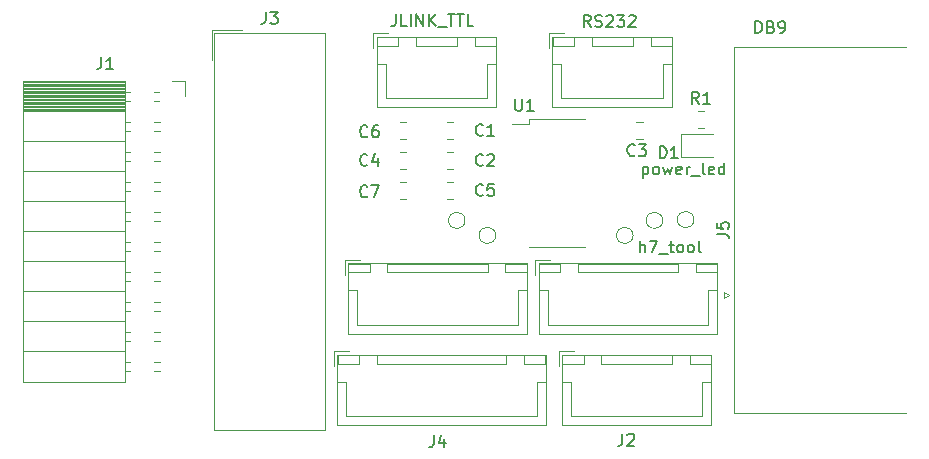
<source format=gbr>
%TF.GenerationSoftware,KiCad,Pcbnew,(5.1.4)-1*%
%TF.CreationDate,2019-11-11T10:46:24+08:00*%
%TF.ProjectId,jlink_vcom_to_rs232_adapter_plate,6a6c696e-6b5f-4766-936f-6d5f746f5f72,rev?*%
%TF.SameCoordinates,Original*%
%TF.FileFunction,Legend,Top*%
%TF.FilePolarity,Positive*%
%FSLAX46Y46*%
G04 Gerber Fmt 4.6, Leading zero omitted, Abs format (unit mm)*
G04 Created by KiCad (PCBNEW (5.1.4)-1) date 2019-11-11 10:46:24*
%MOMM*%
%LPD*%
G04 APERTURE LIST*
%ADD10C,0.150000*%
%ADD11C,0.120000*%
G04 APERTURE END LIST*
D10*
X214858419Y-50941314D02*
X214858419Y-51941314D01*
X214858419Y-50988933D02*
X214953657Y-50941314D01*
X215144133Y-50941314D01*
X215239371Y-50988933D01*
X215286990Y-51036552D01*
X215334609Y-51131790D01*
X215334609Y-51417504D01*
X215286990Y-51512742D01*
X215239371Y-51560361D01*
X215144133Y-51607980D01*
X214953657Y-51607980D01*
X214858419Y-51560361D01*
X215906038Y-51607980D02*
X215810800Y-51560361D01*
X215763180Y-51512742D01*
X215715561Y-51417504D01*
X215715561Y-51131790D01*
X215763180Y-51036552D01*
X215810800Y-50988933D01*
X215906038Y-50941314D01*
X216048895Y-50941314D01*
X216144133Y-50988933D01*
X216191752Y-51036552D01*
X216239371Y-51131790D01*
X216239371Y-51417504D01*
X216191752Y-51512742D01*
X216144133Y-51560361D01*
X216048895Y-51607980D01*
X215906038Y-51607980D01*
X216572704Y-50941314D02*
X216763180Y-51607980D01*
X216953657Y-51131790D01*
X217144133Y-51607980D01*
X217334609Y-50941314D01*
X218096514Y-51560361D02*
X218001276Y-51607980D01*
X217810800Y-51607980D01*
X217715561Y-51560361D01*
X217667942Y-51465123D01*
X217667942Y-51084171D01*
X217715561Y-50988933D01*
X217810800Y-50941314D01*
X218001276Y-50941314D01*
X218096514Y-50988933D01*
X218144133Y-51084171D01*
X218144133Y-51179409D01*
X217667942Y-51274647D01*
X218572704Y-51607980D02*
X218572704Y-50941314D01*
X218572704Y-51131790D02*
X218620323Y-51036552D01*
X218667942Y-50988933D01*
X218763180Y-50941314D01*
X218858419Y-50941314D01*
X218953657Y-51703219D02*
X219715561Y-51703219D01*
X220096514Y-51607980D02*
X220001276Y-51560361D01*
X219953657Y-51465123D01*
X219953657Y-50607980D01*
X220858419Y-51560361D02*
X220763180Y-51607980D01*
X220572704Y-51607980D01*
X220477466Y-51560361D01*
X220429847Y-51465123D01*
X220429847Y-51084171D01*
X220477466Y-50988933D01*
X220572704Y-50941314D01*
X220763180Y-50941314D01*
X220858419Y-50988933D01*
X220906038Y-51084171D01*
X220906038Y-51179409D01*
X220429847Y-51274647D01*
X221763180Y-51607980D02*
X221763180Y-50607980D01*
X221763180Y-51560361D02*
X221667942Y-51607980D01*
X221477466Y-51607980D01*
X221382228Y-51560361D01*
X221334609Y-51512742D01*
X221286990Y-51417504D01*
X221286990Y-51131790D01*
X221334609Y-51036552D01*
X221382228Y-50988933D01*
X221477466Y-50941314D01*
X221667942Y-50941314D01*
X221763180Y-50988933D01*
X224387904Y-39619180D02*
X224387904Y-38619180D01*
X224626000Y-38619180D01*
X224768857Y-38666800D01*
X224864095Y-38762038D01*
X224911714Y-38857276D01*
X224959333Y-39047752D01*
X224959333Y-39190609D01*
X224911714Y-39381085D01*
X224864095Y-39476323D01*
X224768857Y-39571561D01*
X224626000Y-39619180D01*
X224387904Y-39619180D01*
X225721238Y-39095371D02*
X225864095Y-39142990D01*
X225911714Y-39190609D01*
X225959333Y-39285847D01*
X225959333Y-39428704D01*
X225911714Y-39523942D01*
X225864095Y-39571561D01*
X225768857Y-39619180D01*
X225387904Y-39619180D01*
X225387904Y-38619180D01*
X225721238Y-38619180D01*
X225816476Y-38666800D01*
X225864095Y-38714419D01*
X225911714Y-38809657D01*
X225911714Y-38904895D01*
X225864095Y-39000133D01*
X225816476Y-39047752D01*
X225721238Y-39095371D01*
X225387904Y-39095371D01*
X226435523Y-39619180D02*
X226626000Y-39619180D01*
X226721238Y-39571561D01*
X226768857Y-39523942D01*
X226864095Y-39381085D01*
X226911714Y-39190609D01*
X226911714Y-38809657D01*
X226864095Y-38714419D01*
X226816476Y-38666800D01*
X226721238Y-38619180D01*
X226530761Y-38619180D01*
X226435523Y-38666800D01*
X226387904Y-38714419D01*
X226340285Y-38809657D01*
X226340285Y-39047752D01*
X226387904Y-39142990D01*
X226435523Y-39190609D01*
X226530761Y-39238228D01*
X226721238Y-39238228D01*
X226816476Y-39190609D01*
X226864095Y-39142990D01*
X226911714Y-39047752D01*
X210441761Y-39111180D02*
X210108428Y-38634990D01*
X209870333Y-39111180D02*
X209870333Y-38111180D01*
X210251285Y-38111180D01*
X210346523Y-38158800D01*
X210394142Y-38206419D01*
X210441761Y-38301657D01*
X210441761Y-38444514D01*
X210394142Y-38539752D01*
X210346523Y-38587371D01*
X210251285Y-38634990D01*
X209870333Y-38634990D01*
X210822714Y-39063561D02*
X210965571Y-39111180D01*
X211203666Y-39111180D01*
X211298904Y-39063561D01*
X211346523Y-39015942D01*
X211394142Y-38920704D01*
X211394142Y-38825466D01*
X211346523Y-38730228D01*
X211298904Y-38682609D01*
X211203666Y-38634990D01*
X211013190Y-38587371D01*
X210917952Y-38539752D01*
X210870333Y-38492133D01*
X210822714Y-38396895D01*
X210822714Y-38301657D01*
X210870333Y-38206419D01*
X210917952Y-38158800D01*
X211013190Y-38111180D01*
X211251285Y-38111180D01*
X211394142Y-38158800D01*
X211775095Y-38206419D02*
X211822714Y-38158800D01*
X211917952Y-38111180D01*
X212156047Y-38111180D01*
X212251285Y-38158800D01*
X212298904Y-38206419D01*
X212346523Y-38301657D01*
X212346523Y-38396895D01*
X212298904Y-38539752D01*
X211727476Y-39111180D01*
X212346523Y-39111180D01*
X212679857Y-38111180D02*
X213298904Y-38111180D01*
X212965571Y-38492133D01*
X213108428Y-38492133D01*
X213203666Y-38539752D01*
X213251285Y-38587371D01*
X213298904Y-38682609D01*
X213298904Y-38920704D01*
X213251285Y-39015942D01*
X213203666Y-39063561D01*
X213108428Y-39111180D01*
X212822714Y-39111180D01*
X212727476Y-39063561D01*
X212679857Y-39015942D01*
X213679857Y-38206419D02*
X213727476Y-38158800D01*
X213822714Y-38111180D01*
X214060809Y-38111180D01*
X214156047Y-38158800D01*
X214203666Y-38206419D01*
X214251285Y-38301657D01*
X214251285Y-38396895D01*
X214203666Y-38539752D01*
X213632238Y-39111180D01*
X214251285Y-39111180D01*
X193928771Y-38060380D02*
X193928771Y-38774666D01*
X193881152Y-38917523D01*
X193785914Y-39012761D01*
X193643057Y-39060380D01*
X193547819Y-39060380D01*
X194881152Y-39060380D02*
X194404961Y-39060380D01*
X194404961Y-38060380D01*
X195214485Y-39060380D02*
X195214485Y-38060380D01*
X195690676Y-39060380D02*
X195690676Y-38060380D01*
X196262104Y-39060380D01*
X196262104Y-38060380D01*
X196738295Y-39060380D02*
X196738295Y-38060380D01*
X197309723Y-39060380D02*
X196881152Y-38488952D01*
X197309723Y-38060380D02*
X196738295Y-38631809D01*
X197500200Y-39155619D02*
X198262104Y-39155619D01*
X198357342Y-38060380D02*
X198928771Y-38060380D01*
X198643057Y-39060380D02*
X198643057Y-38060380D01*
X199119247Y-38060380D02*
X199690676Y-38060380D01*
X199404961Y-39060380D02*
X199404961Y-38060380D01*
X200500200Y-39060380D02*
X200024009Y-39060380D01*
X200024009Y-38060380D01*
X214618590Y-58211980D02*
X214618590Y-57211980D01*
X215047161Y-58211980D02*
X215047161Y-57688171D01*
X214999542Y-57592933D01*
X214904304Y-57545314D01*
X214761447Y-57545314D01*
X214666209Y-57592933D01*
X214618590Y-57640552D01*
X215428114Y-57211980D02*
X216094780Y-57211980D01*
X215666209Y-58211980D01*
X216237638Y-58307219D02*
X216999542Y-58307219D01*
X217094780Y-57545314D02*
X217475733Y-57545314D01*
X217237638Y-57211980D02*
X217237638Y-58069123D01*
X217285257Y-58164361D01*
X217380495Y-58211980D01*
X217475733Y-58211980D01*
X217951923Y-58211980D02*
X217856685Y-58164361D01*
X217809066Y-58116742D01*
X217761447Y-58021504D01*
X217761447Y-57735790D01*
X217809066Y-57640552D01*
X217856685Y-57592933D01*
X217951923Y-57545314D01*
X218094780Y-57545314D01*
X218190019Y-57592933D01*
X218237638Y-57640552D01*
X218285257Y-57735790D01*
X218285257Y-58021504D01*
X218237638Y-58116742D01*
X218190019Y-58164361D01*
X218094780Y-58211980D01*
X217951923Y-58211980D01*
X218856685Y-58211980D02*
X218761447Y-58164361D01*
X218713828Y-58116742D01*
X218666209Y-58021504D01*
X218666209Y-57735790D01*
X218713828Y-57640552D01*
X218761447Y-57592933D01*
X218856685Y-57545314D01*
X218999542Y-57545314D01*
X219094780Y-57592933D01*
X219142400Y-57640552D01*
X219190019Y-57735790D01*
X219190019Y-58021504D01*
X219142400Y-58116742D01*
X219094780Y-58164361D01*
X218999542Y-58211980D01*
X218856685Y-58211980D01*
X219761447Y-58211980D02*
X219666209Y-58164361D01*
X219618590Y-58069123D01*
X219618590Y-57211980D01*
D11*
X202399200Y-56769000D02*
G75*
G03X202399200Y-56769000I-700000J0D01*
G01*
X199808400Y-55494000D02*
G75*
G03X199808400Y-55494000I-700000J0D01*
G01*
X219188600Y-55422800D02*
G75*
G03X219188600Y-55422800I-700000J0D01*
G01*
X214032400Y-56769000D02*
G75*
G03X214032400Y-56769000I-700000J0D01*
G01*
X216547000Y-55499000D02*
G75*
G03X216547000Y-55499000I-700000J0D01*
G01*
X220067978Y-46254600D02*
X219550822Y-46254600D01*
X220067978Y-47674600D02*
X219550822Y-47674600D01*
X218124400Y-50134400D02*
X220809400Y-50134400D01*
X218124400Y-48214400D02*
X218124400Y-50134400D01*
X220809400Y-48214400D02*
X218124400Y-48214400D01*
X189629000Y-58845000D02*
X189629000Y-60095000D01*
X190879000Y-58845000D02*
X189629000Y-58845000D01*
X204279000Y-64345000D02*
X197479000Y-64345000D01*
X204279000Y-61395000D02*
X204279000Y-64345000D01*
X205029000Y-61395000D02*
X204279000Y-61395000D01*
X190679000Y-64345000D02*
X197479000Y-64345000D01*
X190679000Y-61395000D02*
X190679000Y-64345000D01*
X189929000Y-61395000D02*
X190679000Y-61395000D01*
X205029000Y-59145000D02*
X203229000Y-59145000D01*
X205029000Y-59895000D02*
X205029000Y-59145000D01*
X203229000Y-59895000D02*
X205029000Y-59895000D01*
X203229000Y-59145000D02*
X203229000Y-59895000D01*
X191729000Y-59145000D02*
X189929000Y-59145000D01*
X191729000Y-59895000D02*
X191729000Y-59145000D01*
X189929000Y-59895000D02*
X191729000Y-59895000D01*
X189929000Y-59145000D02*
X189929000Y-59895000D01*
X201729000Y-59145000D02*
X193229000Y-59145000D01*
X201729000Y-59895000D02*
X201729000Y-59145000D01*
X193229000Y-59895000D02*
X201729000Y-59895000D01*
X193229000Y-59145000D02*
X193229000Y-59895000D01*
X205039000Y-59135000D02*
X189919000Y-59135000D01*
X205039000Y-65105000D02*
X205039000Y-59135000D01*
X189919000Y-65105000D02*
X205039000Y-65105000D01*
X189919000Y-59135000D02*
X189919000Y-65105000D01*
X205192000Y-57724000D02*
X209992000Y-57724000D01*
X205192000Y-46924000D02*
X209992000Y-46924000D01*
X205192000Y-47324000D02*
X203792000Y-47324000D01*
X205192000Y-46924000D02*
X205192000Y-47324000D01*
X205758000Y-58845000D02*
X205758000Y-60095000D01*
X207008000Y-58845000D02*
X205758000Y-58845000D01*
X220408000Y-64345000D02*
X213608000Y-64345000D01*
X220408000Y-61395000D02*
X220408000Y-64345000D01*
X221158000Y-61395000D02*
X220408000Y-61395000D01*
X206808000Y-64345000D02*
X213608000Y-64345000D01*
X206808000Y-61395000D02*
X206808000Y-64345000D01*
X206058000Y-61395000D02*
X206808000Y-61395000D01*
X221158000Y-59145000D02*
X219358000Y-59145000D01*
X221158000Y-59895000D02*
X221158000Y-59145000D01*
X219358000Y-59895000D02*
X221158000Y-59895000D01*
X219358000Y-59145000D02*
X219358000Y-59895000D01*
X207858000Y-59145000D02*
X206058000Y-59145000D01*
X207858000Y-59895000D02*
X207858000Y-59145000D01*
X206058000Y-59895000D02*
X207858000Y-59895000D01*
X206058000Y-59145000D02*
X206058000Y-59895000D01*
X217858000Y-59145000D02*
X209358000Y-59145000D01*
X217858000Y-59895000D02*
X217858000Y-59145000D01*
X209358000Y-59895000D02*
X217858000Y-59895000D01*
X209358000Y-59145000D02*
X209358000Y-59895000D01*
X221168000Y-59135000D02*
X206048000Y-59135000D01*
X221168000Y-65105000D02*
X221168000Y-59135000D01*
X206048000Y-65105000D02*
X221168000Y-65105000D01*
X206048000Y-59135000D02*
X206048000Y-65105000D01*
X175000000Y-43670000D02*
X176110000Y-43670000D01*
X176110000Y-43670000D02*
X176110000Y-45000000D01*
X162370000Y-43670000D02*
X162370000Y-69190000D01*
X162370000Y-69190000D02*
X171000000Y-69190000D01*
X171000000Y-43670000D02*
X171000000Y-69190000D01*
X162370000Y-43670000D02*
X171000000Y-43670000D01*
X162370000Y-66590000D02*
X171000000Y-66590000D01*
X162370000Y-64050000D02*
X171000000Y-64050000D01*
X162370000Y-61510000D02*
X171000000Y-61510000D01*
X162370000Y-58970000D02*
X171000000Y-58970000D01*
X162370000Y-56430000D02*
X171000000Y-56430000D01*
X162370000Y-53890000D02*
X171000000Y-53890000D01*
X162370000Y-51350000D02*
X171000000Y-51350000D01*
X162370000Y-48810000D02*
X171000000Y-48810000D01*
X162370000Y-46270000D02*
X171000000Y-46270000D01*
X173510000Y-68220000D02*
X173950000Y-68220000D01*
X171000000Y-68220000D02*
X171410000Y-68220000D01*
X173510000Y-67500000D02*
X173950000Y-67500000D01*
X171000000Y-67500000D02*
X171410000Y-67500000D01*
X173510000Y-65680000D02*
X173950000Y-65680000D01*
X171000000Y-65680000D02*
X171410000Y-65680000D01*
X173510000Y-64960000D02*
X173950000Y-64960000D01*
X171000000Y-64960000D02*
X171410000Y-64960000D01*
X173510000Y-63140000D02*
X173950000Y-63140000D01*
X171000000Y-63140000D02*
X171410000Y-63140000D01*
X173510000Y-62420000D02*
X173950000Y-62420000D01*
X171000000Y-62420000D02*
X171410000Y-62420000D01*
X173510000Y-60600000D02*
X173950000Y-60600000D01*
X171000000Y-60600000D02*
X171410000Y-60600000D01*
X173510000Y-59880000D02*
X173950000Y-59880000D01*
X171000000Y-59880000D02*
X171410000Y-59880000D01*
X173510000Y-58060000D02*
X173950000Y-58060000D01*
X171000000Y-58060000D02*
X171410000Y-58060000D01*
X173510000Y-57340000D02*
X173950000Y-57340000D01*
X171000000Y-57340000D02*
X171410000Y-57340000D01*
X173510000Y-55520000D02*
X173950000Y-55520000D01*
X171000000Y-55520000D02*
X171410000Y-55520000D01*
X173510000Y-54800000D02*
X173950000Y-54800000D01*
X171000000Y-54800000D02*
X171410000Y-54800000D01*
X173510000Y-52980000D02*
X173950000Y-52980000D01*
X171000000Y-52980000D02*
X171410000Y-52980000D01*
X173510000Y-52260000D02*
X173950000Y-52260000D01*
X171000000Y-52260000D02*
X171410000Y-52260000D01*
X173510000Y-50440000D02*
X173950000Y-50440000D01*
X171000000Y-50440000D02*
X171410000Y-50440000D01*
X173510000Y-49720000D02*
X173950000Y-49720000D01*
X171000000Y-49720000D02*
X171410000Y-49720000D01*
X173510000Y-47900000D02*
X173950000Y-47900000D01*
X171000000Y-47900000D02*
X171410000Y-47900000D01*
X173510000Y-47180000D02*
X173950000Y-47180000D01*
X171000000Y-47180000D02*
X171410000Y-47180000D01*
X173510000Y-45360000D02*
X173890000Y-45360000D01*
X171000000Y-45360000D02*
X171410000Y-45360000D01*
X173510000Y-44640000D02*
X173890000Y-44640000D01*
X171000000Y-44640000D02*
X171410000Y-44640000D01*
X162370000Y-46151900D02*
X171000000Y-46151900D01*
X162370000Y-46033805D02*
X171000000Y-46033805D01*
X162370000Y-45915710D02*
X171000000Y-45915710D01*
X162370000Y-45797615D02*
X171000000Y-45797615D01*
X162370000Y-45679520D02*
X171000000Y-45679520D01*
X162370000Y-45561425D02*
X171000000Y-45561425D01*
X162370000Y-45443330D02*
X171000000Y-45443330D01*
X162370000Y-45325235D02*
X171000000Y-45325235D01*
X162370000Y-45207140D02*
X171000000Y-45207140D01*
X162370000Y-45089045D02*
X171000000Y-45089045D01*
X162370000Y-44970950D02*
X171000000Y-44970950D01*
X162370000Y-44852855D02*
X171000000Y-44852855D01*
X162370000Y-44734760D02*
X171000000Y-44734760D01*
X162370000Y-44616665D02*
X171000000Y-44616665D01*
X162370000Y-44498570D02*
X171000000Y-44498570D01*
X162370000Y-44380475D02*
X171000000Y-44380475D01*
X162370000Y-44262380D02*
X171000000Y-44262380D01*
X162370000Y-44144285D02*
X171000000Y-44144285D01*
X162370000Y-44026190D02*
X171000000Y-44026190D01*
X162370000Y-43908095D02*
X171000000Y-43908095D01*
X162370000Y-43790000D02*
X171000000Y-43790000D01*
X178345000Y-39400000D02*
X180885000Y-39400000D01*
X178345000Y-39400000D02*
X178345000Y-41940000D01*
X178595000Y-39650000D02*
X187945000Y-39650000D01*
X178595000Y-73210000D02*
X178595000Y-39650000D01*
X187945000Y-73210000D02*
X178595000Y-73210000D01*
X187945000Y-39650000D02*
X187945000Y-73210000D01*
X206922440Y-39668000D02*
X206922440Y-40918000D01*
X208172440Y-39668000D02*
X206922440Y-39668000D01*
X216572440Y-45168000D02*
X212272440Y-45168000D01*
X216572440Y-42218000D02*
X216572440Y-45168000D01*
X217322440Y-42218000D02*
X216572440Y-42218000D01*
X207972440Y-45168000D02*
X212272440Y-45168000D01*
X207972440Y-42218000D02*
X207972440Y-45168000D01*
X207222440Y-42218000D02*
X207972440Y-42218000D01*
X217322440Y-39968000D02*
X215522440Y-39968000D01*
X217322440Y-40718000D02*
X217322440Y-39968000D01*
X215522440Y-40718000D02*
X217322440Y-40718000D01*
X215522440Y-39968000D02*
X215522440Y-40718000D01*
X209022440Y-39968000D02*
X207222440Y-39968000D01*
X209022440Y-40718000D02*
X209022440Y-39968000D01*
X207222440Y-40718000D02*
X209022440Y-40718000D01*
X207222440Y-39968000D02*
X207222440Y-40718000D01*
X214022440Y-39968000D02*
X210522440Y-39968000D01*
X214022440Y-40718000D02*
X214022440Y-39968000D01*
X210522440Y-40718000D02*
X214022440Y-40718000D01*
X210522440Y-39968000D02*
X210522440Y-40718000D01*
X217332440Y-39958000D02*
X207212440Y-39958000D01*
X217332440Y-45928000D02*
X217332440Y-39958000D01*
X207212440Y-45928000D02*
X217332440Y-45928000D01*
X207212440Y-39958000D02*
X207212440Y-45928000D01*
X192051220Y-39668000D02*
X192051220Y-40918000D01*
X193301220Y-39668000D02*
X192051220Y-39668000D01*
X201701220Y-45168000D02*
X197401220Y-45168000D01*
X201701220Y-42218000D02*
X201701220Y-45168000D01*
X202451220Y-42218000D02*
X201701220Y-42218000D01*
X193101220Y-45168000D02*
X197401220Y-45168000D01*
X193101220Y-42218000D02*
X193101220Y-45168000D01*
X192351220Y-42218000D02*
X193101220Y-42218000D01*
X202451220Y-39968000D02*
X200651220Y-39968000D01*
X202451220Y-40718000D02*
X202451220Y-39968000D01*
X200651220Y-40718000D02*
X202451220Y-40718000D01*
X200651220Y-39968000D02*
X200651220Y-40718000D01*
X194151220Y-39968000D02*
X192351220Y-39968000D01*
X194151220Y-40718000D02*
X194151220Y-39968000D01*
X192351220Y-40718000D02*
X194151220Y-40718000D01*
X192351220Y-39968000D02*
X192351220Y-40718000D01*
X199151220Y-39968000D02*
X195651220Y-39968000D01*
X199151220Y-40718000D02*
X199151220Y-39968000D01*
X195651220Y-40718000D02*
X199151220Y-40718000D01*
X195651220Y-39968000D02*
X195651220Y-40718000D01*
X202461220Y-39958000D02*
X192341220Y-39958000D01*
X202461220Y-45928000D02*
X202461220Y-39958000D01*
X192341220Y-45928000D02*
X202461220Y-45928000D01*
X192341220Y-39958000D02*
X192341220Y-45928000D01*
X222161675Y-61849000D02*
X221728662Y-62099000D01*
X221728662Y-61599000D02*
X222161675Y-61849000D01*
X221728662Y-62099000D02*
X221728662Y-61599000D01*
X222623000Y-40824000D02*
X237163000Y-40824000D01*
X222623000Y-71794000D02*
X222623000Y-40824000D01*
X237163000Y-71794000D02*
X222623000Y-71794000D01*
X188717887Y-66592000D02*
X188717887Y-67842000D01*
X189967887Y-66592000D02*
X188717887Y-66592000D01*
X205867887Y-72092000D02*
X197817887Y-72092000D01*
X205867887Y-69142000D02*
X205867887Y-72092000D01*
X206617887Y-69142000D02*
X205867887Y-69142000D01*
X189767887Y-72092000D02*
X197817887Y-72092000D01*
X189767887Y-69142000D02*
X189767887Y-72092000D01*
X189017887Y-69142000D02*
X189767887Y-69142000D01*
X206617887Y-66892000D02*
X204817887Y-66892000D01*
X206617887Y-67642000D02*
X206617887Y-66892000D01*
X204817887Y-67642000D02*
X206617887Y-67642000D01*
X204817887Y-66892000D02*
X204817887Y-67642000D01*
X190817887Y-66892000D02*
X189017887Y-66892000D01*
X190817887Y-67642000D02*
X190817887Y-66892000D01*
X189017887Y-67642000D02*
X190817887Y-67642000D01*
X189017887Y-66892000D02*
X189017887Y-67642000D01*
X203317887Y-66892000D02*
X192317887Y-66892000D01*
X203317887Y-67642000D02*
X203317887Y-66892000D01*
X192317887Y-67642000D02*
X203317887Y-67642000D01*
X192317887Y-66892000D02*
X192317887Y-67642000D01*
X206627887Y-66882000D02*
X189007887Y-66882000D01*
X206627887Y-72852000D02*
X206627887Y-66882000D01*
X189007887Y-72852000D02*
X206627887Y-72852000D01*
X189007887Y-66882000D02*
X189007887Y-72852000D01*
X207755774Y-66592000D02*
X207755774Y-67842000D01*
X209005774Y-66592000D02*
X207755774Y-66592000D01*
X219905774Y-72092000D02*
X214355774Y-72092000D01*
X219905774Y-69142000D02*
X219905774Y-72092000D01*
X220655774Y-69142000D02*
X219905774Y-69142000D01*
X208805774Y-72092000D02*
X214355774Y-72092000D01*
X208805774Y-69142000D02*
X208805774Y-72092000D01*
X208055774Y-69142000D02*
X208805774Y-69142000D01*
X220655774Y-66892000D02*
X218855774Y-66892000D01*
X220655774Y-67642000D02*
X220655774Y-66892000D01*
X218855774Y-67642000D02*
X220655774Y-67642000D01*
X218855774Y-66892000D02*
X218855774Y-67642000D01*
X209855774Y-66892000D02*
X208055774Y-66892000D01*
X209855774Y-67642000D02*
X209855774Y-66892000D01*
X208055774Y-67642000D02*
X209855774Y-67642000D01*
X208055774Y-66892000D02*
X208055774Y-67642000D01*
X217355774Y-66892000D02*
X211355774Y-66892000D01*
X217355774Y-67642000D02*
X217355774Y-66892000D01*
X211355774Y-67642000D02*
X217355774Y-67642000D01*
X211355774Y-66892000D02*
X211355774Y-67642000D01*
X220665774Y-66882000D02*
X208045774Y-66882000D01*
X220665774Y-72852000D02*
X220665774Y-66882000D01*
X208045774Y-72852000D02*
X220665774Y-72852000D01*
X208045774Y-66882000D02*
X208045774Y-72852000D01*
X194330922Y-53669000D02*
X194848078Y-53669000D01*
X194330922Y-52249000D02*
X194848078Y-52249000D01*
X194330922Y-48589000D02*
X194848078Y-48589000D01*
X194330922Y-47169000D02*
X194848078Y-47169000D01*
X198267922Y-53669000D02*
X198785078Y-53669000D01*
X198267922Y-52249000D02*
X198785078Y-52249000D01*
X194330922Y-51129000D02*
X194848078Y-51129000D01*
X194330922Y-49709000D02*
X194848078Y-49709000D01*
X214835578Y-47169000D02*
X214318422Y-47169000D01*
X214835578Y-48589000D02*
X214318422Y-48589000D01*
X198785078Y-49709000D02*
X198267922Y-49709000D01*
X198785078Y-51129000D02*
X198267922Y-51129000D01*
X198785078Y-47169000D02*
X198267922Y-47169000D01*
X198785078Y-48589000D02*
X198267922Y-48589000D01*
D10*
X219617333Y-45613580D02*
X219284000Y-45137390D01*
X219045904Y-45613580D02*
X219045904Y-44613580D01*
X219426857Y-44613580D01*
X219522095Y-44661200D01*
X219569714Y-44708819D01*
X219617333Y-44804057D01*
X219617333Y-44946914D01*
X219569714Y-45042152D01*
X219522095Y-45089771D01*
X219426857Y-45137390D01*
X219045904Y-45137390D01*
X220569714Y-45613580D02*
X219998285Y-45613580D01*
X220284000Y-45613580D02*
X220284000Y-44613580D01*
X220188761Y-44756438D01*
X220093523Y-44851676D01*
X219998285Y-44899295D01*
X216302704Y-50236380D02*
X216302704Y-49236380D01*
X216540800Y-49236380D01*
X216683657Y-49284000D01*
X216778895Y-49379238D01*
X216826514Y-49474476D01*
X216874133Y-49664952D01*
X216874133Y-49807809D01*
X216826514Y-49998285D01*
X216778895Y-50093523D01*
X216683657Y-50188761D01*
X216540800Y-50236380D01*
X216302704Y-50236380D01*
X217826514Y-50236380D02*
X217255085Y-50236380D01*
X217540800Y-50236380D02*
X217540800Y-49236380D01*
X217445561Y-49379238D01*
X217350323Y-49474476D01*
X217255085Y-49522095D01*
X204061495Y-45223180D02*
X204061495Y-46032704D01*
X204109114Y-46127942D01*
X204156733Y-46175561D01*
X204251971Y-46223180D01*
X204442447Y-46223180D01*
X204537685Y-46175561D01*
X204585304Y-46127942D01*
X204632923Y-46032704D01*
X204632923Y-45223180D01*
X205632923Y-46223180D02*
X205061495Y-46223180D01*
X205347209Y-46223180D02*
X205347209Y-45223180D01*
X205251971Y-45366038D01*
X205156733Y-45461276D01*
X205061495Y-45508895D01*
X169016666Y-41682380D02*
X169016666Y-42396666D01*
X168969047Y-42539523D01*
X168873809Y-42634761D01*
X168730952Y-42682380D01*
X168635714Y-42682380D01*
X170016666Y-42682380D02*
X169445238Y-42682380D01*
X169730952Y-42682380D02*
X169730952Y-41682380D01*
X169635714Y-41825238D01*
X169540476Y-41920476D01*
X169445238Y-41968095D01*
X182936666Y-37848380D02*
X182936666Y-38562666D01*
X182889047Y-38705523D01*
X182793809Y-38800761D01*
X182650952Y-38848380D01*
X182555714Y-38848380D01*
X183317619Y-37848380D02*
X183936666Y-37848380D01*
X183603333Y-38229333D01*
X183746190Y-38229333D01*
X183841428Y-38276952D01*
X183889047Y-38324571D01*
X183936666Y-38419809D01*
X183936666Y-38657904D01*
X183889047Y-38753142D01*
X183841428Y-38800761D01*
X183746190Y-38848380D01*
X183460476Y-38848380D01*
X183365238Y-38800761D01*
X183317619Y-38753142D01*
X221135380Y-56642333D02*
X221849666Y-56642333D01*
X221992523Y-56689952D01*
X222087761Y-56785190D01*
X222135380Y-56928047D01*
X222135380Y-57023285D01*
X221135380Y-55689952D02*
X221135380Y-56166142D01*
X221611571Y-56213761D01*
X221563952Y-56166142D01*
X221516333Y-56070904D01*
X221516333Y-55832809D01*
X221563952Y-55737571D01*
X221611571Y-55689952D01*
X221706809Y-55642333D01*
X221944904Y-55642333D01*
X222040142Y-55689952D01*
X222087761Y-55737571D01*
X222135380Y-55832809D01*
X222135380Y-56070904D01*
X222087761Y-56166142D01*
X222040142Y-56213761D01*
X197149466Y-73696580D02*
X197149466Y-74410866D01*
X197101847Y-74553723D01*
X197006609Y-74648961D01*
X196863752Y-74696580D01*
X196768514Y-74696580D01*
X198054228Y-74029914D02*
X198054228Y-74696580D01*
X197816133Y-73648961D02*
X197578038Y-74363247D01*
X198197085Y-74363247D01*
X213126066Y-73569580D02*
X213126066Y-74283866D01*
X213078447Y-74426723D01*
X212983209Y-74521961D01*
X212840352Y-74569580D01*
X212745114Y-74569580D01*
X213554638Y-73664819D02*
X213602257Y-73617200D01*
X213697495Y-73569580D01*
X213935590Y-73569580D01*
X214030828Y-73617200D01*
X214078447Y-73664819D01*
X214126066Y-73760057D01*
X214126066Y-73855295D01*
X214078447Y-73998152D01*
X213507019Y-74569580D01*
X214126066Y-74569580D01*
X191550333Y-53443142D02*
X191502714Y-53490761D01*
X191359857Y-53538380D01*
X191264619Y-53538380D01*
X191121761Y-53490761D01*
X191026523Y-53395523D01*
X190978904Y-53300285D01*
X190931285Y-53109809D01*
X190931285Y-52966952D01*
X190978904Y-52776476D01*
X191026523Y-52681238D01*
X191121761Y-52586000D01*
X191264619Y-52538380D01*
X191359857Y-52538380D01*
X191502714Y-52586000D01*
X191550333Y-52633619D01*
X191883666Y-52538380D02*
X192550333Y-52538380D01*
X192121761Y-53538380D01*
X191550333Y-48363142D02*
X191502714Y-48410761D01*
X191359857Y-48458380D01*
X191264619Y-48458380D01*
X191121761Y-48410761D01*
X191026523Y-48315523D01*
X190978904Y-48220285D01*
X190931285Y-48029809D01*
X190931285Y-47886952D01*
X190978904Y-47696476D01*
X191026523Y-47601238D01*
X191121761Y-47506000D01*
X191264619Y-47458380D01*
X191359857Y-47458380D01*
X191502714Y-47506000D01*
X191550333Y-47553619D01*
X192407476Y-47458380D02*
X192217000Y-47458380D01*
X192121761Y-47506000D01*
X192074142Y-47553619D01*
X191978904Y-47696476D01*
X191931285Y-47886952D01*
X191931285Y-48267904D01*
X191978904Y-48363142D01*
X192026523Y-48410761D01*
X192121761Y-48458380D01*
X192312238Y-48458380D01*
X192407476Y-48410761D01*
X192455095Y-48363142D01*
X192502714Y-48267904D01*
X192502714Y-48029809D01*
X192455095Y-47934571D01*
X192407476Y-47886952D01*
X192312238Y-47839333D01*
X192121761Y-47839333D01*
X192026523Y-47886952D01*
X191978904Y-47934571D01*
X191931285Y-48029809D01*
X201329333Y-53316142D02*
X201281714Y-53363761D01*
X201138857Y-53411380D01*
X201043619Y-53411380D01*
X200900761Y-53363761D01*
X200805523Y-53268523D01*
X200757904Y-53173285D01*
X200710285Y-52982809D01*
X200710285Y-52839952D01*
X200757904Y-52649476D01*
X200805523Y-52554238D01*
X200900761Y-52459000D01*
X201043619Y-52411380D01*
X201138857Y-52411380D01*
X201281714Y-52459000D01*
X201329333Y-52506619D01*
X202234095Y-52411380D02*
X201757904Y-52411380D01*
X201710285Y-52887571D01*
X201757904Y-52839952D01*
X201853142Y-52792333D01*
X202091238Y-52792333D01*
X202186476Y-52839952D01*
X202234095Y-52887571D01*
X202281714Y-52982809D01*
X202281714Y-53220904D01*
X202234095Y-53316142D01*
X202186476Y-53363761D01*
X202091238Y-53411380D01*
X201853142Y-53411380D01*
X201757904Y-53363761D01*
X201710285Y-53316142D01*
X191550333Y-50776142D02*
X191502714Y-50823761D01*
X191359857Y-50871380D01*
X191264619Y-50871380D01*
X191121761Y-50823761D01*
X191026523Y-50728523D01*
X190978904Y-50633285D01*
X190931285Y-50442809D01*
X190931285Y-50299952D01*
X190978904Y-50109476D01*
X191026523Y-50014238D01*
X191121761Y-49919000D01*
X191264619Y-49871380D01*
X191359857Y-49871380D01*
X191502714Y-49919000D01*
X191550333Y-49966619D01*
X192407476Y-50204714D02*
X192407476Y-50871380D01*
X192169380Y-49823761D02*
X191931285Y-50538047D01*
X192550333Y-50538047D01*
X214181733Y-49963342D02*
X214134114Y-50010961D01*
X213991257Y-50058580D01*
X213896019Y-50058580D01*
X213753161Y-50010961D01*
X213657923Y-49915723D01*
X213610304Y-49820485D01*
X213562685Y-49630009D01*
X213562685Y-49487152D01*
X213610304Y-49296676D01*
X213657923Y-49201438D01*
X213753161Y-49106200D01*
X213896019Y-49058580D01*
X213991257Y-49058580D01*
X214134114Y-49106200D01*
X214181733Y-49153819D01*
X214515066Y-49058580D02*
X215134114Y-49058580D01*
X214800780Y-49439533D01*
X214943638Y-49439533D01*
X215038876Y-49487152D01*
X215086495Y-49534771D01*
X215134114Y-49630009D01*
X215134114Y-49868104D01*
X215086495Y-49963342D01*
X215038876Y-50010961D01*
X214943638Y-50058580D01*
X214657923Y-50058580D01*
X214562685Y-50010961D01*
X214515066Y-49963342D01*
X201329333Y-50776142D02*
X201281714Y-50823761D01*
X201138857Y-50871380D01*
X201043619Y-50871380D01*
X200900761Y-50823761D01*
X200805523Y-50728523D01*
X200757904Y-50633285D01*
X200710285Y-50442809D01*
X200710285Y-50299952D01*
X200757904Y-50109476D01*
X200805523Y-50014238D01*
X200900761Y-49919000D01*
X201043619Y-49871380D01*
X201138857Y-49871380D01*
X201281714Y-49919000D01*
X201329333Y-49966619D01*
X201710285Y-49966619D02*
X201757904Y-49919000D01*
X201853142Y-49871380D01*
X202091238Y-49871380D01*
X202186476Y-49919000D01*
X202234095Y-49966619D01*
X202281714Y-50061857D01*
X202281714Y-50157095D01*
X202234095Y-50299952D01*
X201662666Y-50871380D01*
X202281714Y-50871380D01*
X201329333Y-48236142D02*
X201281714Y-48283761D01*
X201138857Y-48331380D01*
X201043619Y-48331380D01*
X200900761Y-48283761D01*
X200805523Y-48188523D01*
X200757904Y-48093285D01*
X200710285Y-47902809D01*
X200710285Y-47759952D01*
X200757904Y-47569476D01*
X200805523Y-47474238D01*
X200900761Y-47379000D01*
X201043619Y-47331380D01*
X201138857Y-47331380D01*
X201281714Y-47379000D01*
X201329333Y-47426619D01*
X202281714Y-48331380D02*
X201710285Y-48331380D01*
X201996000Y-48331380D02*
X201996000Y-47331380D01*
X201900761Y-47474238D01*
X201805523Y-47569476D01*
X201710285Y-47617095D01*
M02*

</source>
